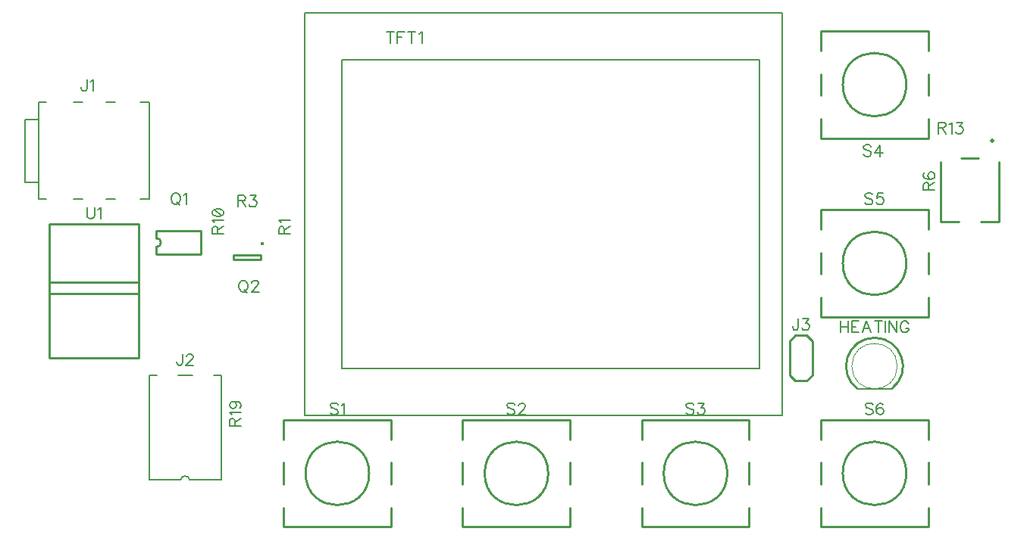
<source format=gbr>
G04 DipTrace 3.0.0.2*
G04 TopSilk.gbr*
%MOMM*%
G04 #@! TF.FileFunction,Legend,Top*
G04 #@! TF.Part,Single*
%ADD10C,0.25*%
%ADD21C,0.00033*%
%ADD22C,0.2032*%
%ADD23C,0.254*%
%ADD26C,0.127*%
%ADD31O,0.39127X0.39172*%
%ADD35O,0.49985X0.49962*%
%ADD84C,0.19608*%
%FSLAX35Y35*%
G04*
G71*
G90*
G75*
G01*
G04 TopSilk*
%LPD*%
X10246000Y2850003D2*
D21*
G02X10246000Y2850003I254000J0D01*
G01*
X10309500Y2596000D2*
D22*
X10690500D1*
X10309500D2*
D23*
G02X10690500Y2596000I190500J254000D01*
G01*
X2400000Y5799972D2*
D26*
X2300059D1*
X2400000Y4720028D2*
X2300059D1*
X2400000Y5799972D2*
Y4720028D1*
X1159981Y5799972D2*
Y4720028D1*
X1010000Y5610018D2*
Y4909982D1*
X1159981D2*
X1010000D1*
X1159981Y5610018D2*
X1010000D1*
X2019974Y5799972D2*
X1920033D1*
X2019974Y4720028D2*
X1920033D1*
X1649956Y5799972D2*
X1550015D1*
X1649956Y4720028D2*
X1550015D1*
X1250053Y5799972D2*
X1159981D1*
X1250053Y4720028D2*
X1159981D1*
X2750000Y1580000D2*
G02X2850000Y1580000I50000J-11230D01*
G01*
X2400000Y2749980D2*
X2480000D1*
X2400000Y1580000D2*
Y2749980D1*
X3200000Y1580000D2*
Y2749980D1*
X2850000Y1580000D2*
X3200000D1*
X2720000Y2749980D2*
X2880000D1*
X2400000Y1580000D2*
X2750000D1*
X3120000Y2749980D2*
X3200000D1*
X9553000Y3130500D2*
D10*
Y2749500D1*
X9616500Y2686000D1*
X9743500D1*
X9807000Y2749500D2*
X9743500Y2686000D1*
X9807000Y3130500D2*
Y2749500D1*
X9743500Y3194000D2*
X9807000Y3130500D1*
X9616500Y3194000D2*
X9743500D1*
X9616500D2*
X9553000Y3130500D1*
X2478495Y4103109D2*
X2978505D1*
X2478495Y4363145D2*
X2978505D1*
Y4103109D2*
Y4363145D1*
X2478495Y4183103D2*
Y4103109D1*
Y4283151D2*
Y4363145D1*
Y4183103D2*
G03X2478495Y4283151I-23J50024D01*
G01*
D31*
X3664106Y4222987D3*
X3640736Y4095627D2*
D10*
X3340750D1*
Y4045626D1*
X3640736D1*
Y4095627D1*
X11890000Y5132830D2*
Y4469922D1*
X11240000Y5132830D2*
Y4469922D1*
X11890000D2*
X11684990D1*
X11445010D2*
X11240000D1*
X11664970Y5177807D2*
X11465030D1*
D35*
X11815022Y5370619D3*
X4145040Y1650000D2*
D10*
G02X4145040Y1650000I354960J0D01*
G01*
X5100010Y2030040D2*
Y2250000D1*
X3899990D1*
Y2030040D1*
X5100010Y1269960D2*
Y1050000D1*
X3899990D1*
Y1269960D1*
X5100010Y1770000D2*
Y1530000D1*
X3899990D2*
Y1770000D1*
X6145040Y1650000D2*
G02X6145040Y1650000I354960J0D01*
G01*
X7100010Y2030040D2*
Y2250000D1*
X5899990D1*
Y2030040D1*
X7100010Y1269960D2*
Y1050000D1*
X5899990D1*
Y1269960D1*
X7100010Y1770000D2*
Y1530000D1*
X5899990D2*
Y1770000D1*
X8145040Y1650000D2*
G02X8145040Y1650000I354960J0D01*
G01*
X9100010Y2030040D2*
Y2250000D1*
X7899990D1*
Y2030040D1*
X9100010Y1269960D2*
Y1050000D1*
X7899990D1*
Y1269960D1*
X9100010Y1770000D2*
Y1530000D1*
X7899990D2*
Y1770000D1*
X10145040Y6000000D2*
G02X10145040Y6000000I354960J0D01*
G01*
X11100010Y6380040D2*
Y6600000D1*
X9899990D1*
Y6380040D1*
X11100010Y5619960D2*
Y5400000D1*
X9899990D1*
Y5619960D1*
X11100010Y6120000D2*
Y5880000D1*
X9899990D2*
Y6120000D1*
X10145040Y4000000D2*
G02X10145040Y4000000I354960J0D01*
G01*
X11100010Y4380040D2*
Y4600000D1*
X9899990D1*
Y4380040D1*
X11100010Y3619960D2*
Y3400000D1*
X9899990D1*
Y3619960D1*
X11100010Y4120000D2*
Y3880000D1*
X9899990D2*
Y4120000D1*
X10145040Y1650000D2*
G02X10145040Y1650000I354960J0D01*
G01*
X11100010Y2030040D2*
Y2250000D1*
X9899990D1*
Y2030040D1*
X11100010Y1269960D2*
Y1050000D1*
X9899990D1*
Y1269960D1*
X11100010Y1770000D2*
Y1530000D1*
X9899990D2*
Y1770000D1*
X4133000Y2300000D2*
D26*
X9467000D1*
Y6800000D1*
X4133000D1*
Y2300000D1*
X9213102Y6279800D2*
X4545852D1*
Y2820200D1*
X9213102D1*
Y6279800D1*
X1280000Y3790061D2*
D10*
X2280000D1*
X1280000Y3660163D2*
X2270000D1*
X1280000Y4440007D2*
X2280000D1*
Y2939990D1*
X1280000D1*
Y4440007D1*
X10121097Y3353487D2*
D84*
Y3225877D1*
X10206170Y3353487D2*
Y3225877D1*
X10121097Y3292700D2*
X10206170D1*
X10324282Y3353487D2*
X10245386D1*
Y3225877D1*
X10324282D1*
X10245386Y3292700D2*
X10293959D1*
X10460784Y3225877D2*
X10412071Y3353487D1*
X10363498Y3225877D1*
X10381748Y3268414D2*
X10442534D1*
X10542537Y3353487D2*
Y3225877D1*
X10500000Y3353487D2*
X10585073D1*
X10624289D2*
Y3225877D1*
X10748578Y3353487D2*
Y3225877D1*
X10663504Y3353487D1*
Y3225877D1*
X10878903Y3323164D2*
X10872866Y3335237D1*
X10860653Y3347450D1*
X10848580Y3353487D1*
X10824293D1*
X10812080Y3347450D1*
X10800007Y3335237D1*
X10793830Y3323164D1*
X10787793Y3304914D1*
Y3274450D1*
X10793830Y3256341D1*
X10800007Y3244127D1*
X10812080Y3232054D1*
X10824293Y3225877D1*
X10848580D1*
X10860653Y3232054D1*
X10872866Y3244127D1*
X10878903Y3256341D1*
Y3274450D1*
X10848580D1*
X1700554Y6055987D2*
Y5958840D1*
X1694517Y5940590D1*
X1688340Y5934554D1*
X1676267Y5928377D1*
X1664054D1*
X1651981Y5934554D1*
X1645944Y5940590D1*
X1639767Y5958840D1*
Y5970914D1*
X1739769Y6031560D2*
X1751983Y6037737D1*
X1770233Y6055846D1*
Y5928377D1*
X2768249Y2985987D2*
Y2888840D1*
X2762212Y2870590D1*
X2756035Y2864554D1*
X2743962Y2858377D1*
X2731749D1*
X2719676Y2864554D1*
X2713639Y2870590D1*
X2707462Y2888840D1*
Y2900914D1*
X2813641Y2955523D2*
Y2961560D1*
X2819678Y2973773D1*
X2825715Y2979810D1*
X2837928Y2985846D1*
X2862215D1*
X2874288Y2979810D1*
X2880324Y2973773D1*
X2886501Y2961560D1*
Y2949487D1*
X2880324Y2937273D1*
X2868251Y2919164D1*
X2807465Y2858377D1*
X2892538D1*
X9648249Y3379987D2*
Y3282840D1*
X9642212Y3264590D1*
X9636035Y3258554D1*
X9623962Y3252377D1*
X9611749D1*
X9599676Y3258554D1*
X9593639Y3264590D1*
X9587462Y3282840D1*
Y3294914D1*
X9699678Y3379846D2*
X9766361D1*
X9730001Y3331273D1*
X9748251D1*
X9760324Y3325237D1*
X9766361Y3319200D1*
X9772538Y3300950D1*
Y3288877D1*
X9766361Y3270627D1*
X9754288Y3258414D1*
X9736038Y3252377D1*
X9717788D1*
X9699678Y3258414D1*
X9693641Y3264590D1*
X9687465Y3276664D1*
X2681517Y4789113D2*
X2669444Y4783217D1*
X2657231Y4771004D1*
X2651194Y4758790D1*
X2645017Y4740540D1*
Y4710217D1*
X2651194Y4691967D1*
X2657231Y4679894D1*
X2669444Y4667681D1*
X2681517Y4661644D1*
X2705804D1*
X2718017Y4667681D1*
X2730090Y4679894D1*
X2736127Y4691967D1*
X2742304Y4710217D1*
Y4740540D1*
X2736127Y4758790D1*
X2730090Y4771004D1*
X2718017Y4783217D1*
X2705804Y4789113D1*
X2681517D1*
X2699767Y4685931D2*
X2736127Y4649431D1*
X2781519Y4764686D2*
X2793733Y4770863D1*
X2811983Y4788973D1*
Y4661504D1*
X3437922Y3809500D2*
X3425849Y3803604D1*
X3413636Y3791390D1*
X3407599Y3779177D1*
X3401422Y3760927D1*
Y3730604D1*
X3407599Y3712354D1*
X3413636Y3700281D1*
X3425849Y3688067D1*
X3437922Y3682031D1*
X3462209D1*
X3474422Y3688067D1*
X3486495Y3700281D1*
X3492532Y3712354D1*
X3498709Y3730604D1*
Y3760927D1*
X3492532Y3779177D1*
X3486495Y3791390D1*
X3474422Y3803604D1*
X3462209Y3809500D1*
X3437922D1*
X3456172Y3706317D2*
X3492532Y3669817D1*
X3544101Y3779036D2*
Y3785073D1*
X3550138Y3797286D1*
X3556175Y3803323D1*
X3568388Y3809360D1*
X3592675D1*
X3604748Y3803323D1*
X3610784Y3797286D1*
X3616961Y3785073D1*
Y3773000D1*
X3610784Y3760786D1*
X3598711Y3742677D1*
X3537925Y3681890D1*
X3622998D1*
X3906153Y4329218D2*
Y4383827D1*
X3899976Y4402077D1*
X3893940Y4408254D1*
X3881867Y4414291D1*
X3869653D1*
X3857580Y4408254D1*
X3851403Y4402077D1*
X3845367Y4383827D1*
Y4329218D1*
X3972976D1*
X3906153Y4371754D2*
X3972976Y4414290D1*
X3869794Y4453506D2*
X3863617Y4465720D1*
X3845507Y4483970D1*
X3972976Y4483969D1*
X3390319Y4700200D2*
X3444929D1*
X3463179Y4706377D1*
X3469356Y4712414D1*
X3475392Y4724487D1*
Y4736700D1*
X3469356Y4748773D1*
X3463179Y4754950D1*
X3444929Y4760987D1*
X3390319D1*
Y4633377D1*
X3432856Y4700200D2*
X3475392Y4633377D1*
X3526821Y4760846D2*
X3593504D1*
X3557144Y4712273D1*
X3575394D1*
X3587467Y4706237D1*
X3593504Y4700200D1*
X3599681Y4681950D1*
Y4669877D1*
X3593504Y4651627D1*
X3581431Y4639414D1*
X3563181Y4633377D1*
X3544931D1*
X3526821Y4639414D1*
X3520785Y4645590D1*
X3514608Y4657664D1*
X11106460Y4817808D2*
Y4872417D1*
X11100283Y4890667D1*
X11094247Y4896844D1*
X11082174Y4902881D1*
X11069960D1*
X11057887Y4896844D1*
X11051710Y4890667D1*
X11045673Y4872417D1*
Y4817808D1*
X11173283D1*
X11106460Y4860344D2*
X11173283Y4902881D1*
X11063924Y5014956D2*
X11051850Y5008920D1*
X11045814Y4990670D1*
Y4978596D1*
X11051850Y4960347D1*
X11070100Y4948133D1*
X11100424Y4942096D1*
X11130747D1*
X11155033Y4948133D1*
X11167247Y4960346D1*
X11173283Y4978596D1*
Y4984633D1*
X11167247Y5002742D1*
X11155033Y5014956D1*
X11136783Y5020993D1*
X11130747D1*
X11112497Y5014956D1*
X11100424Y5002743D1*
X11094387Y4984633D1*
Y4978596D1*
X11100424Y4960346D1*
X11112497Y4948133D1*
X11130747Y4942096D1*
X3163280Y4332063D2*
Y4386673D1*
X3157103Y4404923D1*
X3151067Y4411100D1*
X3138994Y4417136D1*
X3126780D1*
X3114707Y4411100D1*
X3108530Y4404923D1*
X3102493Y4386673D1*
Y4332063D1*
X3230103D1*
X3163280Y4374600D2*
X3230103Y4417136D1*
X3126920Y4456352D2*
X3120744Y4468565D1*
X3102634Y4486815D1*
X3230103D1*
X3102634Y4562531D2*
X3108670Y4544281D1*
X3126920Y4532067D1*
X3157244Y4526031D1*
X3175494D1*
X3205817Y4532067D1*
X3224067Y4544281D1*
X3230103Y4562531D1*
Y4574604D1*
X3224067Y4592854D1*
X3205817Y4604927D1*
X3175493Y4611104D1*
X3157244D1*
X3126920Y4604927D1*
X3108670Y4592854D1*
X3102634Y4574604D1*
Y4562531D1*
X3126920Y4604927D2*
X3205817Y4532067D1*
X11210766Y5518230D2*
X11265376D1*
X11283626Y5524407D1*
X11289803Y5530444D1*
X11295839Y5542517D1*
Y5554730D1*
X11289803Y5566803D1*
X11283626Y5572980D1*
X11265376Y5579017D1*
X11210766D1*
Y5451407D1*
X11253303Y5518230D2*
X11295839Y5451407D1*
X11335055Y5554590D2*
X11347268Y5560767D1*
X11365518Y5578876D1*
Y5451407D1*
X11416948Y5578876D2*
X11483630D1*
X11447271Y5530303D1*
X11465521D1*
X11477594Y5524267D1*
X11483630Y5518230D1*
X11489807Y5499980D1*
Y5487907D1*
X11483630Y5469657D1*
X11471557Y5457444D1*
X11453307Y5451407D1*
X11435057D1*
X11416948Y5457444D1*
X11410911Y5463620D1*
X11404734Y5475694D1*
X3355407Y2180745D2*
Y2235354D1*
X3349230Y2253604D1*
X3343193Y2259781D1*
X3331120Y2265818D1*
X3318907D1*
X3306834Y2259781D1*
X3300657Y2253604D1*
X3294620Y2235354D1*
Y2180745D1*
X3422230D1*
X3355407Y2223281D2*
X3422230Y2265818D1*
X3319047Y2305033D2*
X3312870Y2317247D1*
X3294761Y2335497D1*
X3422230D1*
X3337157Y2453749D2*
X3355407Y2447572D1*
X3367620Y2435499D1*
X3373657Y2417249D1*
Y2411212D1*
X3367620Y2392962D1*
X3355407Y2380889D1*
X3337157Y2374712D1*
X3331120D1*
X3312870Y2380889D1*
X3300797Y2392962D1*
X3294761Y2411212D1*
Y2417249D1*
X3300797Y2435499D1*
X3312870Y2447572D1*
X3337157Y2453749D1*
X3367620D1*
X3397943Y2447572D1*
X3416193Y2435499D1*
X3422230Y2417249D1*
Y2405176D1*
X3416193Y2386926D1*
X3403980Y2380889D1*
X4507697Y2417737D2*
X4495624Y2429950D1*
X4477374Y2435987D1*
X4453087D1*
X4434837Y2429950D1*
X4422624Y2417737D1*
Y2405664D1*
X4428801Y2393450D1*
X4434837Y2387414D1*
X4446910Y2381377D1*
X4483410Y2369164D1*
X4495624Y2363127D1*
X4501660Y2356950D1*
X4507697Y2344877D1*
Y2326627D1*
X4495624Y2314554D1*
X4477374Y2308377D1*
X4453087D1*
X4434837Y2314554D1*
X4422624Y2326627D1*
X4546913Y2411560D2*
X4559126Y2417737D1*
X4577376Y2435846D1*
Y2308377D1*
X6480392Y2417737D2*
X6468319Y2429950D1*
X6450069Y2435987D1*
X6425783D1*
X6407533Y2429950D1*
X6395319Y2417737D1*
Y2405664D1*
X6401496Y2393450D1*
X6407533Y2387414D1*
X6419606Y2381377D1*
X6456106Y2369164D1*
X6468319Y2363127D1*
X6474356Y2356950D1*
X6480392Y2344877D1*
Y2326627D1*
X6468319Y2314554D1*
X6450069Y2308377D1*
X6425783D1*
X6407533Y2314554D1*
X6395319Y2326627D1*
X6525785Y2405523D2*
Y2411560D1*
X6531821Y2423773D1*
X6537858Y2429810D1*
X6550071Y2435846D1*
X6574358D1*
X6586431Y2429810D1*
X6592467Y2423773D1*
X6598644Y2411560D1*
Y2399487D1*
X6592467Y2387273D1*
X6580394Y2369164D1*
X6519608Y2308377D1*
X6604681D1*
X8480392Y2417737D2*
X8468319Y2429950D1*
X8450069Y2435987D1*
X8425783D1*
X8407533Y2429950D1*
X8395319Y2417737D1*
Y2405664D1*
X8401496Y2393450D1*
X8407533Y2387414D1*
X8419606Y2381377D1*
X8456106Y2369164D1*
X8468319Y2363127D1*
X8474356Y2356950D1*
X8480392Y2344877D1*
Y2326627D1*
X8468319Y2314554D1*
X8450069Y2308377D1*
X8425783D1*
X8407533Y2314554D1*
X8395319Y2326627D1*
X8531821Y2435846D2*
X8598504D1*
X8562144Y2387273D1*
X8580394D1*
X8592467Y2381237D1*
X8598504Y2375200D1*
X8604681Y2356950D1*
Y2344877D1*
X8598504Y2326627D1*
X8586431Y2314414D1*
X8568181Y2308377D1*
X8549931D1*
X8531821Y2314414D1*
X8525785Y2320590D1*
X8519608Y2332664D1*
X10461501Y5307390D2*
X10449427Y5319603D1*
X10431177Y5325640D1*
X10406891D1*
X10388641Y5319603D1*
X10376427Y5307390D1*
Y5295317D1*
X10382604Y5283103D1*
X10388641Y5277067D1*
X10400714Y5271030D1*
X10437214Y5258817D1*
X10449427Y5252780D1*
X10455464Y5246603D1*
X10461501Y5234530D1*
Y5216280D1*
X10449427Y5204207D1*
X10431177Y5198030D1*
X10406891D1*
X10388641Y5204207D1*
X10376427Y5216280D1*
X10561503Y5198030D2*
Y5325500D1*
X10500716Y5240567D1*
X10591826D1*
X10480392Y4767737D2*
X10468319Y4779950D1*
X10450069Y4785987D1*
X10425783D1*
X10407533Y4779950D1*
X10395319Y4767737D1*
Y4755664D1*
X10401496Y4743450D1*
X10407533Y4737414D1*
X10419606Y4731377D1*
X10456106Y4719164D1*
X10468319Y4713127D1*
X10474356Y4706950D1*
X10480392Y4694877D1*
Y4676627D1*
X10468319Y4664554D1*
X10450069Y4658377D1*
X10425783D1*
X10407533Y4664554D1*
X10395319Y4676627D1*
X10592467Y4785846D2*
X10531821D1*
X10525785Y4731237D1*
X10531821Y4737273D1*
X10550071Y4743450D1*
X10568181D1*
X10586431Y4737273D1*
X10598644Y4725200D1*
X10604681Y4706950D1*
Y4694877D1*
X10598644Y4676627D1*
X10586431Y4664414D1*
X10568181Y4658377D1*
X10550071D1*
X10531821Y4664414D1*
X10525785Y4670590D1*
X10519608Y4682664D1*
X10483481Y2417737D2*
X10471408Y2429950D1*
X10453158Y2435987D1*
X10428871D1*
X10410621Y2429950D1*
X10398408Y2417737D1*
Y2405664D1*
X10404584Y2393450D1*
X10410621Y2387414D1*
X10422694Y2381377D1*
X10459194Y2369164D1*
X10471408Y2363127D1*
X10477444Y2356950D1*
X10483481Y2344877D1*
Y2326627D1*
X10471408Y2314554D1*
X10453158Y2308377D1*
X10428871D1*
X10410621Y2314554D1*
X10398408Y2326627D1*
X10595556Y2417737D2*
X10589519Y2429810D1*
X10571269Y2435846D1*
X10559196D1*
X10540946Y2429810D1*
X10528733Y2411560D1*
X10522696Y2381237D1*
Y2350914D1*
X10528733Y2326627D1*
X10540946Y2314414D1*
X10559196Y2308377D1*
X10565233D1*
X10583342Y2314414D1*
X10595556Y2326627D1*
X10601592Y2344877D1*
Y2350914D1*
X10595556Y2369164D1*
X10583342Y2381237D1*
X10565233Y2387273D1*
X10559196D1*
X10540946Y2381237D1*
X10528733Y2369164D1*
X10522696Y2350914D1*
X5088303Y6589153D2*
Y6461544D1*
X5045767Y6589153D2*
X5130840D1*
X5249092D2*
X5170055D1*
Y6461544D1*
Y6528367D2*
X5218629D1*
X5330844Y6589153D2*
Y6461544D1*
X5288308Y6589153D2*
X5373381D1*
X5412596Y6564726D2*
X5424810Y6570903D1*
X5443060Y6589013D1*
Y6461544D1*
X1702624Y4625993D2*
Y4534884D1*
X1708660Y4516634D1*
X1720874Y4504561D1*
X1739124Y4498384D1*
X1751197D1*
X1769447Y4504561D1*
X1781660Y4516634D1*
X1787697Y4534884D1*
Y4625993D1*
X1826913Y4601566D2*
X1839126Y4607743D1*
X1857376Y4625853D1*
Y4498384D1*
M02*

</source>
